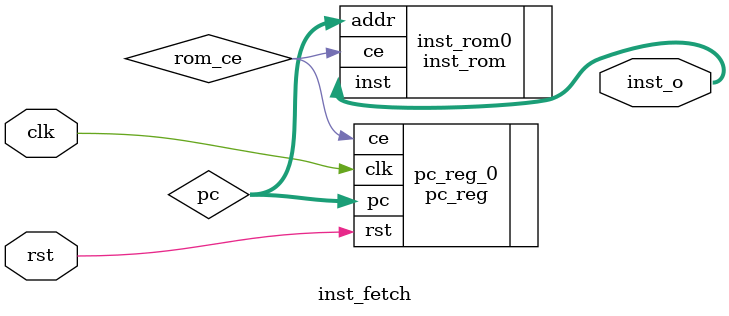
<source format=v>
module inst_fetch (
    input wire rst,
    input wire clk,
    output wire[31:0] inst_o
);

    // 内部的信号线，用于连接PC模块的输出和ROM模块的输入
    wire[5:0] pc;
    wire rom_ce;

    // pc_reg 模块元件例化
    pc_reg pc_reg_0(
        .clk(clk),
        .rst(rst),              // .rst 是 pc_reg 模块的输出端口名，inst_fetch 的输入信号 rst 连接到 .rst 上
        .pc(pc),
        .ce(rom_ce)             // .ce 是 pc_reg 模块的端口名，它的输出连接到 rom_ce 这根信号线上。
    );

    // rom 模块元件例化
    inst_rom inst_rom0(
        .ce(rom_ce),
        .addr(pc),
        .inst(inst_o)
    );

endmodule
</source>
